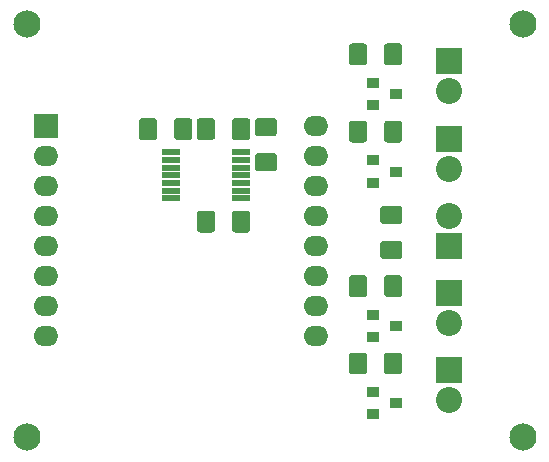
<source format=gbr>
G04 #@! TF.GenerationSoftware,KiCad,Pcbnew,5.1.4*
G04 #@! TF.CreationDate,2019-08-25T18:27:55-04:00*
G04 #@! TF.ProjectId,oven,6f76656e-2e6b-4696-9361-645f70636258,v02*
G04 #@! TF.SameCoordinates,Original*
G04 #@! TF.FileFunction,Soldermask,Top*
G04 #@! TF.FilePolarity,Negative*
%FSLAX46Y46*%
G04 Gerber Fmt 4.6, Leading zero omitted, Abs format (unit mm)*
G04 Created by KiCad (PCBNEW 5.1.4) date 2019-08-25 18:27:55*
%MOMM*%
%LPD*%
G04 APERTURE LIST*
%ADD10O,2.101600X1.701600*%
%ADD11R,2.101600X2.101600*%
%ADD12C,2.301600*%
%ADD13R,2.201600X2.201600*%
%ADD14C,2.201600*%
%ADD15C,0.100000*%
%ADD16C,1.526600*%
%ADD17R,1.001600X0.901600*%
%ADD18R,1.551600X0.551600*%
G04 APERTURE END LIST*
D10*
X96830000Y-80820000D03*
D11*
X96830000Y-78280000D03*
D10*
X96830000Y-83360000D03*
X96830000Y-85900000D03*
X96830000Y-88440000D03*
X96830000Y-90980000D03*
X96830000Y-93520000D03*
X96830000Y-96060000D03*
X119690000Y-96060000D03*
X119690000Y-93520000D03*
X119690000Y-90980000D03*
X119690000Y-88440000D03*
X119690000Y-85900000D03*
X119690000Y-83360000D03*
X119690000Y-80820000D03*
X119690000Y-78280000D03*
D12*
X137210000Y-104680000D03*
X95210000Y-104680000D03*
X95210000Y-69680000D03*
X137210000Y-69680000D03*
D13*
X130950000Y-88460000D03*
D14*
X130950000Y-85920000D03*
D13*
X130950000Y-72840000D03*
D14*
X130950000Y-75380000D03*
D15*
G36*
X110904226Y-77645490D02*
G01*
X110930225Y-77649346D01*
X110955720Y-77655732D01*
X110980467Y-77664587D01*
X111004227Y-77675824D01*
X111026771Y-77689337D01*
X111047881Y-77704993D01*
X111067356Y-77722644D01*
X111085007Y-77742119D01*
X111100663Y-77763229D01*
X111114176Y-77785773D01*
X111125413Y-77809533D01*
X111134268Y-77834280D01*
X111140654Y-77859775D01*
X111144510Y-77885774D01*
X111145800Y-77912025D01*
X111145800Y-79227975D01*
X111144510Y-79254226D01*
X111140654Y-79280225D01*
X111134268Y-79305720D01*
X111125413Y-79330467D01*
X111114176Y-79354227D01*
X111100663Y-79376771D01*
X111085007Y-79397881D01*
X111067356Y-79417356D01*
X111047881Y-79435007D01*
X111026771Y-79450663D01*
X111004227Y-79464176D01*
X110980467Y-79475413D01*
X110955720Y-79484268D01*
X110930225Y-79490654D01*
X110904226Y-79494510D01*
X110877975Y-79495800D01*
X109887025Y-79495800D01*
X109860774Y-79494510D01*
X109834775Y-79490654D01*
X109809280Y-79484268D01*
X109784533Y-79475413D01*
X109760773Y-79464176D01*
X109738229Y-79450663D01*
X109717119Y-79435007D01*
X109697644Y-79417356D01*
X109679993Y-79397881D01*
X109664337Y-79376771D01*
X109650824Y-79354227D01*
X109639587Y-79330467D01*
X109630732Y-79305720D01*
X109624346Y-79280225D01*
X109620490Y-79254226D01*
X109619200Y-79227975D01*
X109619200Y-77912025D01*
X109620490Y-77885774D01*
X109624346Y-77859775D01*
X109630732Y-77834280D01*
X109639587Y-77809533D01*
X109650824Y-77785773D01*
X109664337Y-77763229D01*
X109679993Y-77742119D01*
X109697644Y-77722644D01*
X109717119Y-77704993D01*
X109738229Y-77689337D01*
X109760773Y-77675824D01*
X109784533Y-77664587D01*
X109809280Y-77655732D01*
X109834775Y-77649346D01*
X109860774Y-77645490D01*
X109887025Y-77644200D01*
X110877975Y-77644200D01*
X110904226Y-77645490D01*
X110904226Y-77645490D01*
G37*
D16*
X110382500Y-78570000D03*
D15*
G36*
X113879226Y-77645490D02*
G01*
X113905225Y-77649346D01*
X113930720Y-77655732D01*
X113955467Y-77664587D01*
X113979227Y-77675824D01*
X114001771Y-77689337D01*
X114022881Y-77704993D01*
X114042356Y-77722644D01*
X114060007Y-77742119D01*
X114075663Y-77763229D01*
X114089176Y-77785773D01*
X114100413Y-77809533D01*
X114109268Y-77834280D01*
X114115654Y-77859775D01*
X114119510Y-77885774D01*
X114120800Y-77912025D01*
X114120800Y-79227975D01*
X114119510Y-79254226D01*
X114115654Y-79280225D01*
X114109268Y-79305720D01*
X114100413Y-79330467D01*
X114089176Y-79354227D01*
X114075663Y-79376771D01*
X114060007Y-79397881D01*
X114042356Y-79417356D01*
X114022881Y-79435007D01*
X114001771Y-79450663D01*
X113979227Y-79464176D01*
X113955467Y-79475413D01*
X113930720Y-79484268D01*
X113905225Y-79490654D01*
X113879226Y-79494510D01*
X113852975Y-79495800D01*
X112862025Y-79495800D01*
X112835774Y-79494510D01*
X112809775Y-79490654D01*
X112784280Y-79484268D01*
X112759533Y-79475413D01*
X112735773Y-79464176D01*
X112713229Y-79450663D01*
X112692119Y-79435007D01*
X112672644Y-79417356D01*
X112654993Y-79397881D01*
X112639337Y-79376771D01*
X112625824Y-79354227D01*
X112614587Y-79330467D01*
X112605732Y-79305720D01*
X112599346Y-79280225D01*
X112595490Y-79254226D01*
X112594200Y-79227975D01*
X112594200Y-77912025D01*
X112595490Y-77885774D01*
X112599346Y-77859775D01*
X112605732Y-77834280D01*
X112614587Y-77809533D01*
X112625824Y-77785773D01*
X112639337Y-77763229D01*
X112654993Y-77742119D01*
X112672644Y-77722644D01*
X112692119Y-77704993D01*
X112713229Y-77689337D01*
X112735773Y-77675824D01*
X112759533Y-77664587D01*
X112784280Y-77655732D01*
X112809775Y-77649346D01*
X112835774Y-77645490D01*
X112862025Y-77644200D01*
X113852975Y-77644200D01*
X113879226Y-77645490D01*
X113879226Y-77645490D01*
G37*
D16*
X113357500Y-78570000D03*
D15*
G36*
X126764226Y-85070490D02*
G01*
X126790225Y-85074346D01*
X126815720Y-85080732D01*
X126840467Y-85089587D01*
X126864227Y-85100824D01*
X126886771Y-85114337D01*
X126907881Y-85129993D01*
X126927356Y-85147644D01*
X126945007Y-85167119D01*
X126960663Y-85188229D01*
X126974176Y-85210773D01*
X126985413Y-85234533D01*
X126994268Y-85259280D01*
X127000654Y-85284775D01*
X127004510Y-85310774D01*
X127005800Y-85337025D01*
X127005800Y-86327975D01*
X127004510Y-86354226D01*
X127000654Y-86380225D01*
X126994268Y-86405720D01*
X126985413Y-86430467D01*
X126974176Y-86454227D01*
X126960663Y-86476771D01*
X126945007Y-86497881D01*
X126927356Y-86517356D01*
X126907881Y-86535007D01*
X126886771Y-86550663D01*
X126864227Y-86564176D01*
X126840467Y-86575413D01*
X126815720Y-86584268D01*
X126790225Y-86590654D01*
X126764226Y-86594510D01*
X126737975Y-86595800D01*
X125422025Y-86595800D01*
X125395774Y-86594510D01*
X125369775Y-86590654D01*
X125344280Y-86584268D01*
X125319533Y-86575413D01*
X125295773Y-86564176D01*
X125273229Y-86550663D01*
X125252119Y-86535007D01*
X125232644Y-86517356D01*
X125214993Y-86497881D01*
X125199337Y-86476771D01*
X125185824Y-86454227D01*
X125174587Y-86430467D01*
X125165732Y-86405720D01*
X125159346Y-86380225D01*
X125155490Y-86354226D01*
X125154200Y-86327975D01*
X125154200Y-85337025D01*
X125155490Y-85310774D01*
X125159346Y-85284775D01*
X125165732Y-85259280D01*
X125174587Y-85234533D01*
X125185824Y-85210773D01*
X125199337Y-85188229D01*
X125214993Y-85167119D01*
X125232644Y-85147644D01*
X125252119Y-85129993D01*
X125273229Y-85114337D01*
X125295773Y-85100824D01*
X125319533Y-85089587D01*
X125344280Y-85080732D01*
X125369775Y-85074346D01*
X125395774Y-85070490D01*
X125422025Y-85069200D01*
X126737975Y-85069200D01*
X126764226Y-85070490D01*
X126764226Y-85070490D01*
G37*
D16*
X126080000Y-85832500D03*
D15*
G36*
X126764226Y-88045490D02*
G01*
X126790225Y-88049346D01*
X126815720Y-88055732D01*
X126840467Y-88064587D01*
X126864227Y-88075824D01*
X126886771Y-88089337D01*
X126907881Y-88104993D01*
X126927356Y-88122644D01*
X126945007Y-88142119D01*
X126960663Y-88163229D01*
X126974176Y-88185773D01*
X126985413Y-88209533D01*
X126994268Y-88234280D01*
X127000654Y-88259775D01*
X127004510Y-88285774D01*
X127005800Y-88312025D01*
X127005800Y-89302975D01*
X127004510Y-89329226D01*
X127000654Y-89355225D01*
X126994268Y-89380720D01*
X126985413Y-89405467D01*
X126974176Y-89429227D01*
X126960663Y-89451771D01*
X126945007Y-89472881D01*
X126927356Y-89492356D01*
X126907881Y-89510007D01*
X126886771Y-89525663D01*
X126864227Y-89539176D01*
X126840467Y-89550413D01*
X126815720Y-89559268D01*
X126790225Y-89565654D01*
X126764226Y-89569510D01*
X126737975Y-89570800D01*
X125422025Y-89570800D01*
X125395774Y-89569510D01*
X125369775Y-89565654D01*
X125344280Y-89559268D01*
X125319533Y-89550413D01*
X125295773Y-89539176D01*
X125273229Y-89525663D01*
X125252119Y-89510007D01*
X125232644Y-89492356D01*
X125214993Y-89472881D01*
X125199337Y-89451771D01*
X125185824Y-89429227D01*
X125174587Y-89405467D01*
X125165732Y-89380720D01*
X125159346Y-89355225D01*
X125155490Y-89329226D01*
X125154200Y-89302975D01*
X125154200Y-88312025D01*
X125155490Y-88285774D01*
X125159346Y-88259775D01*
X125165732Y-88234280D01*
X125174587Y-88209533D01*
X125185824Y-88185773D01*
X125199337Y-88163229D01*
X125214993Y-88142119D01*
X125232644Y-88122644D01*
X125252119Y-88104993D01*
X125273229Y-88089337D01*
X125295773Y-88075824D01*
X125319533Y-88064587D01*
X125344280Y-88055732D01*
X125369775Y-88049346D01*
X125395774Y-88045490D01*
X125422025Y-88044200D01*
X126737975Y-88044200D01*
X126764226Y-88045490D01*
X126764226Y-88045490D01*
G37*
D16*
X126080000Y-88807500D03*
D15*
G36*
X110914226Y-85485490D02*
G01*
X110940225Y-85489346D01*
X110965720Y-85495732D01*
X110990467Y-85504587D01*
X111014227Y-85515824D01*
X111036771Y-85529337D01*
X111057881Y-85544993D01*
X111077356Y-85562644D01*
X111095007Y-85582119D01*
X111110663Y-85603229D01*
X111124176Y-85625773D01*
X111135413Y-85649533D01*
X111144268Y-85674280D01*
X111150654Y-85699775D01*
X111154510Y-85725774D01*
X111155800Y-85752025D01*
X111155800Y-87067975D01*
X111154510Y-87094226D01*
X111150654Y-87120225D01*
X111144268Y-87145720D01*
X111135413Y-87170467D01*
X111124176Y-87194227D01*
X111110663Y-87216771D01*
X111095007Y-87237881D01*
X111077356Y-87257356D01*
X111057881Y-87275007D01*
X111036771Y-87290663D01*
X111014227Y-87304176D01*
X110990467Y-87315413D01*
X110965720Y-87324268D01*
X110940225Y-87330654D01*
X110914226Y-87334510D01*
X110887975Y-87335800D01*
X109897025Y-87335800D01*
X109870774Y-87334510D01*
X109844775Y-87330654D01*
X109819280Y-87324268D01*
X109794533Y-87315413D01*
X109770773Y-87304176D01*
X109748229Y-87290663D01*
X109727119Y-87275007D01*
X109707644Y-87257356D01*
X109689993Y-87237881D01*
X109674337Y-87216771D01*
X109660824Y-87194227D01*
X109649587Y-87170467D01*
X109640732Y-87145720D01*
X109634346Y-87120225D01*
X109630490Y-87094226D01*
X109629200Y-87067975D01*
X109629200Y-85752025D01*
X109630490Y-85725774D01*
X109634346Y-85699775D01*
X109640732Y-85674280D01*
X109649587Y-85649533D01*
X109660824Y-85625773D01*
X109674337Y-85603229D01*
X109689993Y-85582119D01*
X109707644Y-85562644D01*
X109727119Y-85544993D01*
X109748229Y-85529337D01*
X109770773Y-85515824D01*
X109794533Y-85504587D01*
X109819280Y-85495732D01*
X109844775Y-85489346D01*
X109870774Y-85485490D01*
X109897025Y-85484200D01*
X110887975Y-85484200D01*
X110914226Y-85485490D01*
X110914226Y-85485490D01*
G37*
D16*
X110392500Y-86410000D03*
D15*
G36*
X113889226Y-85485490D02*
G01*
X113915225Y-85489346D01*
X113940720Y-85495732D01*
X113965467Y-85504587D01*
X113989227Y-85515824D01*
X114011771Y-85529337D01*
X114032881Y-85544993D01*
X114052356Y-85562644D01*
X114070007Y-85582119D01*
X114085663Y-85603229D01*
X114099176Y-85625773D01*
X114110413Y-85649533D01*
X114119268Y-85674280D01*
X114125654Y-85699775D01*
X114129510Y-85725774D01*
X114130800Y-85752025D01*
X114130800Y-87067975D01*
X114129510Y-87094226D01*
X114125654Y-87120225D01*
X114119268Y-87145720D01*
X114110413Y-87170467D01*
X114099176Y-87194227D01*
X114085663Y-87216771D01*
X114070007Y-87237881D01*
X114052356Y-87257356D01*
X114032881Y-87275007D01*
X114011771Y-87290663D01*
X113989227Y-87304176D01*
X113965467Y-87315413D01*
X113940720Y-87324268D01*
X113915225Y-87330654D01*
X113889226Y-87334510D01*
X113862975Y-87335800D01*
X112872025Y-87335800D01*
X112845774Y-87334510D01*
X112819775Y-87330654D01*
X112794280Y-87324268D01*
X112769533Y-87315413D01*
X112745773Y-87304176D01*
X112723229Y-87290663D01*
X112702119Y-87275007D01*
X112682644Y-87257356D01*
X112664993Y-87237881D01*
X112649337Y-87216771D01*
X112635824Y-87194227D01*
X112624587Y-87170467D01*
X112615732Y-87145720D01*
X112609346Y-87120225D01*
X112605490Y-87094226D01*
X112604200Y-87067975D01*
X112604200Y-85752025D01*
X112605490Y-85725774D01*
X112609346Y-85699775D01*
X112615732Y-85674280D01*
X112624587Y-85649533D01*
X112635824Y-85625773D01*
X112649337Y-85603229D01*
X112664993Y-85582119D01*
X112682644Y-85562644D01*
X112702119Y-85544993D01*
X112723229Y-85529337D01*
X112745773Y-85515824D01*
X112769533Y-85504587D01*
X112794280Y-85495732D01*
X112819775Y-85489346D01*
X112845774Y-85485490D01*
X112872025Y-85484200D01*
X113862975Y-85484200D01*
X113889226Y-85485490D01*
X113889226Y-85485490D01*
G37*
D16*
X113367500Y-86410000D03*
D15*
G36*
X116144226Y-77650490D02*
G01*
X116170225Y-77654346D01*
X116195720Y-77660732D01*
X116220467Y-77669587D01*
X116244227Y-77680824D01*
X116266771Y-77694337D01*
X116287881Y-77709993D01*
X116307356Y-77727644D01*
X116325007Y-77747119D01*
X116340663Y-77768229D01*
X116354176Y-77790773D01*
X116365413Y-77814533D01*
X116374268Y-77839280D01*
X116380654Y-77864775D01*
X116384510Y-77890774D01*
X116385800Y-77917025D01*
X116385800Y-78907975D01*
X116384510Y-78934226D01*
X116380654Y-78960225D01*
X116374268Y-78985720D01*
X116365413Y-79010467D01*
X116354176Y-79034227D01*
X116340663Y-79056771D01*
X116325007Y-79077881D01*
X116307356Y-79097356D01*
X116287881Y-79115007D01*
X116266771Y-79130663D01*
X116244227Y-79144176D01*
X116220467Y-79155413D01*
X116195720Y-79164268D01*
X116170225Y-79170654D01*
X116144226Y-79174510D01*
X116117975Y-79175800D01*
X114802025Y-79175800D01*
X114775774Y-79174510D01*
X114749775Y-79170654D01*
X114724280Y-79164268D01*
X114699533Y-79155413D01*
X114675773Y-79144176D01*
X114653229Y-79130663D01*
X114632119Y-79115007D01*
X114612644Y-79097356D01*
X114594993Y-79077881D01*
X114579337Y-79056771D01*
X114565824Y-79034227D01*
X114554587Y-79010467D01*
X114545732Y-78985720D01*
X114539346Y-78960225D01*
X114535490Y-78934226D01*
X114534200Y-78907975D01*
X114534200Y-77917025D01*
X114535490Y-77890774D01*
X114539346Y-77864775D01*
X114545732Y-77839280D01*
X114554587Y-77814533D01*
X114565824Y-77790773D01*
X114579337Y-77768229D01*
X114594993Y-77747119D01*
X114612644Y-77727644D01*
X114632119Y-77709993D01*
X114653229Y-77694337D01*
X114675773Y-77680824D01*
X114699533Y-77669587D01*
X114724280Y-77660732D01*
X114749775Y-77654346D01*
X114775774Y-77650490D01*
X114802025Y-77649200D01*
X116117975Y-77649200D01*
X116144226Y-77650490D01*
X116144226Y-77650490D01*
G37*
D16*
X115460000Y-78412500D03*
D15*
G36*
X116144226Y-80625490D02*
G01*
X116170225Y-80629346D01*
X116195720Y-80635732D01*
X116220467Y-80644587D01*
X116244227Y-80655824D01*
X116266771Y-80669337D01*
X116287881Y-80684993D01*
X116307356Y-80702644D01*
X116325007Y-80722119D01*
X116340663Y-80743229D01*
X116354176Y-80765773D01*
X116365413Y-80789533D01*
X116374268Y-80814280D01*
X116380654Y-80839775D01*
X116384510Y-80865774D01*
X116385800Y-80892025D01*
X116385800Y-81882975D01*
X116384510Y-81909226D01*
X116380654Y-81935225D01*
X116374268Y-81960720D01*
X116365413Y-81985467D01*
X116354176Y-82009227D01*
X116340663Y-82031771D01*
X116325007Y-82052881D01*
X116307356Y-82072356D01*
X116287881Y-82090007D01*
X116266771Y-82105663D01*
X116244227Y-82119176D01*
X116220467Y-82130413D01*
X116195720Y-82139268D01*
X116170225Y-82145654D01*
X116144226Y-82149510D01*
X116117975Y-82150800D01*
X114802025Y-82150800D01*
X114775774Y-82149510D01*
X114749775Y-82145654D01*
X114724280Y-82139268D01*
X114699533Y-82130413D01*
X114675773Y-82119176D01*
X114653229Y-82105663D01*
X114632119Y-82090007D01*
X114612644Y-82072356D01*
X114594993Y-82052881D01*
X114579337Y-82031771D01*
X114565824Y-82009227D01*
X114554587Y-81985467D01*
X114545732Y-81960720D01*
X114539346Y-81935225D01*
X114535490Y-81909226D01*
X114534200Y-81882975D01*
X114534200Y-80892025D01*
X114535490Y-80865774D01*
X114539346Y-80839775D01*
X114545732Y-80814280D01*
X114554587Y-80789533D01*
X114565824Y-80765773D01*
X114579337Y-80743229D01*
X114594993Y-80722119D01*
X114612644Y-80702644D01*
X114632119Y-80684993D01*
X114653229Y-80669337D01*
X114675773Y-80655824D01*
X114699533Y-80644587D01*
X114724280Y-80635732D01*
X114749775Y-80629346D01*
X114775774Y-80625490D01*
X114802025Y-80624200D01*
X116117975Y-80624200D01*
X116144226Y-80625490D01*
X116144226Y-80625490D01*
G37*
D16*
X115460000Y-81387500D03*
D15*
G36*
X108979226Y-77645490D02*
G01*
X109005225Y-77649346D01*
X109030720Y-77655732D01*
X109055467Y-77664587D01*
X109079227Y-77675824D01*
X109101771Y-77689337D01*
X109122881Y-77704993D01*
X109142356Y-77722644D01*
X109160007Y-77742119D01*
X109175663Y-77763229D01*
X109189176Y-77785773D01*
X109200413Y-77809533D01*
X109209268Y-77834280D01*
X109215654Y-77859775D01*
X109219510Y-77885774D01*
X109220800Y-77912025D01*
X109220800Y-79227975D01*
X109219510Y-79254226D01*
X109215654Y-79280225D01*
X109209268Y-79305720D01*
X109200413Y-79330467D01*
X109189176Y-79354227D01*
X109175663Y-79376771D01*
X109160007Y-79397881D01*
X109142356Y-79417356D01*
X109122881Y-79435007D01*
X109101771Y-79450663D01*
X109079227Y-79464176D01*
X109055467Y-79475413D01*
X109030720Y-79484268D01*
X109005225Y-79490654D01*
X108979226Y-79494510D01*
X108952975Y-79495800D01*
X107962025Y-79495800D01*
X107935774Y-79494510D01*
X107909775Y-79490654D01*
X107884280Y-79484268D01*
X107859533Y-79475413D01*
X107835773Y-79464176D01*
X107813229Y-79450663D01*
X107792119Y-79435007D01*
X107772644Y-79417356D01*
X107754993Y-79397881D01*
X107739337Y-79376771D01*
X107725824Y-79354227D01*
X107714587Y-79330467D01*
X107705732Y-79305720D01*
X107699346Y-79280225D01*
X107695490Y-79254226D01*
X107694200Y-79227975D01*
X107694200Y-77912025D01*
X107695490Y-77885774D01*
X107699346Y-77859775D01*
X107705732Y-77834280D01*
X107714587Y-77809533D01*
X107725824Y-77785773D01*
X107739337Y-77763229D01*
X107754993Y-77742119D01*
X107772644Y-77722644D01*
X107792119Y-77704993D01*
X107813229Y-77689337D01*
X107835773Y-77675824D01*
X107859533Y-77664587D01*
X107884280Y-77655732D01*
X107909775Y-77649346D01*
X107935774Y-77645490D01*
X107962025Y-77644200D01*
X108952975Y-77644200D01*
X108979226Y-77645490D01*
X108979226Y-77645490D01*
G37*
D16*
X108457500Y-78570000D03*
D15*
G36*
X106004226Y-77645490D02*
G01*
X106030225Y-77649346D01*
X106055720Y-77655732D01*
X106080467Y-77664587D01*
X106104227Y-77675824D01*
X106126771Y-77689337D01*
X106147881Y-77704993D01*
X106167356Y-77722644D01*
X106185007Y-77742119D01*
X106200663Y-77763229D01*
X106214176Y-77785773D01*
X106225413Y-77809533D01*
X106234268Y-77834280D01*
X106240654Y-77859775D01*
X106244510Y-77885774D01*
X106245800Y-77912025D01*
X106245800Y-79227975D01*
X106244510Y-79254226D01*
X106240654Y-79280225D01*
X106234268Y-79305720D01*
X106225413Y-79330467D01*
X106214176Y-79354227D01*
X106200663Y-79376771D01*
X106185007Y-79397881D01*
X106167356Y-79417356D01*
X106147881Y-79435007D01*
X106126771Y-79450663D01*
X106104227Y-79464176D01*
X106080467Y-79475413D01*
X106055720Y-79484268D01*
X106030225Y-79490654D01*
X106004226Y-79494510D01*
X105977975Y-79495800D01*
X104987025Y-79495800D01*
X104960774Y-79494510D01*
X104934775Y-79490654D01*
X104909280Y-79484268D01*
X104884533Y-79475413D01*
X104860773Y-79464176D01*
X104838229Y-79450663D01*
X104817119Y-79435007D01*
X104797644Y-79417356D01*
X104779993Y-79397881D01*
X104764337Y-79376771D01*
X104750824Y-79354227D01*
X104739587Y-79330467D01*
X104730732Y-79305720D01*
X104724346Y-79280225D01*
X104720490Y-79254226D01*
X104719200Y-79227975D01*
X104719200Y-77912025D01*
X104720490Y-77885774D01*
X104724346Y-77859775D01*
X104730732Y-77834280D01*
X104739587Y-77809533D01*
X104750824Y-77785773D01*
X104764337Y-77763229D01*
X104779993Y-77742119D01*
X104797644Y-77722644D01*
X104817119Y-77704993D01*
X104838229Y-77689337D01*
X104860773Y-77675824D01*
X104884533Y-77664587D01*
X104909280Y-77655732D01*
X104934775Y-77649346D01*
X104960774Y-77645490D01*
X104987025Y-77644200D01*
X105977975Y-77644200D01*
X106004226Y-77645490D01*
X106004226Y-77645490D01*
G37*
D16*
X105482500Y-78570000D03*
D13*
X130950000Y-79380000D03*
D14*
X130950000Y-81920000D03*
X130950000Y-95000000D03*
D13*
X130950000Y-92460000D03*
D14*
X130950000Y-101540000D03*
D13*
X130950000Y-99000000D03*
D17*
X124500000Y-74680000D03*
X124500000Y-76580000D03*
X126500000Y-75630000D03*
X126500000Y-82170000D03*
X124500000Y-83120000D03*
X124500000Y-81220000D03*
X124500000Y-94290000D03*
X124500000Y-96190000D03*
X126500000Y-95240000D03*
X126500000Y-101790000D03*
X124500000Y-102740000D03*
X124500000Y-100840000D03*
D15*
G36*
X123784226Y-71325490D02*
G01*
X123810225Y-71329346D01*
X123835720Y-71335732D01*
X123860467Y-71344587D01*
X123884227Y-71355824D01*
X123906771Y-71369337D01*
X123927881Y-71384993D01*
X123947356Y-71402644D01*
X123965007Y-71422119D01*
X123980663Y-71443229D01*
X123994176Y-71465773D01*
X124005413Y-71489533D01*
X124014268Y-71514280D01*
X124020654Y-71539775D01*
X124024510Y-71565774D01*
X124025800Y-71592025D01*
X124025800Y-72907975D01*
X124024510Y-72934226D01*
X124020654Y-72960225D01*
X124014268Y-72985720D01*
X124005413Y-73010467D01*
X123994176Y-73034227D01*
X123980663Y-73056771D01*
X123965007Y-73077881D01*
X123947356Y-73097356D01*
X123927881Y-73115007D01*
X123906771Y-73130663D01*
X123884227Y-73144176D01*
X123860467Y-73155413D01*
X123835720Y-73164268D01*
X123810225Y-73170654D01*
X123784226Y-73174510D01*
X123757975Y-73175800D01*
X122767025Y-73175800D01*
X122740774Y-73174510D01*
X122714775Y-73170654D01*
X122689280Y-73164268D01*
X122664533Y-73155413D01*
X122640773Y-73144176D01*
X122618229Y-73130663D01*
X122597119Y-73115007D01*
X122577644Y-73097356D01*
X122559993Y-73077881D01*
X122544337Y-73056771D01*
X122530824Y-73034227D01*
X122519587Y-73010467D01*
X122510732Y-72985720D01*
X122504346Y-72960225D01*
X122500490Y-72934226D01*
X122499200Y-72907975D01*
X122499200Y-71592025D01*
X122500490Y-71565774D01*
X122504346Y-71539775D01*
X122510732Y-71514280D01*
X122519587Y-71489533D01*
X122530824Y-71465773D01*
X122544337Y-71443229D01*
X122559993Y-71422119D01*
X122577644Y-71402644D01*
X122597119Y-71384993D01*
X122618229Y-71369337D01*
X122640773Y-71355824D01*
X122664533Y-71344587D01*
X122689280Y-71335732D01*
X122714775Y-71329346D01*
X122740774Y-71325490D01*
X122767025Y-71324200D01*
X123757975Y-71324200D01*
X123784226Y-71325490D01*
X123784226Y-71325490D01*
G37*
D16*
X123262500Y-72250000D03*
D15*
G36*
X126759226Y-71325490D02*
G01*
X126785225Y-71329346D01*
X126810720Y-71335732D01*
X126835467Y-71344587D01*
X126859227Y-71355824D01*
X126881771Y-71369337D01*
X126902881Y-71384993D01*
X126922356Y-71402644D01*
X126940007Y-71422119D01*
X126955663Y-71443229D01*
X126969176Y-71465773D01*
X126980413Y-71489533D01*
X126989268Y-71514280D01*
X126995654Y-71539775D01*
X126999510Y-71565774D01*
X127000800Y-71592025D01*
X127000800Y-72907975D01*
X126999510Y-72934226D01*
X126995654Y-72960225D01*
X126989268Y-72985720D01*
X126980413Y-73010467D01*
X126969176Y-73034227D01*
X126955663Y-73056771D01*
X126940007Y-73077881D01*
X126922356Y-73097356D01*
X126902881Y-73115007D01*
X126881771Y-73130663D01*
X126859227Y-73144176D01*
X126835467Y-73155413D01*
X126810720Y-73164268D01*
X126785225Y-73170654D01*
X126759226Y-73174510D01*
X126732975Y-73175800D01*
X125742025Y-73175800D01*
X125715774Y-73174510D01*
X125689775Y-73170654D01*
X125664280Y-73164268D01*
X125639533Y-73155413D01*
X125615773Y-73144176D01*
X125593229Y-73130663D01*
X125572119Y-73115007D01*
X125552644Y-73097356D01*
X125534993Y-73077881D01*
X125519337Y-73056771D01*
X125505824Y-73034227D01*
X125494587Y-73010467D01*
X125485732Y-72985720D01*
X125479346Y-72960225D01*
X125475490Y-72934226D01*
X125474200Y-72907975D01*
X125474200Y-71592025D01*
X125475490Y-71565774D01*
X125479346Y-71539775D01*
X125485732Y-71514280D01*
X125494587Y-71489533D01*
X125505824Y-71465773D01*
X125519337Y-71443229D01*
X125534993Y-71422119D01*
X125552644Y-71402644D01*
X125572119Y-71384993D01*
X125593229Y-71369337D01*
X125615773Y-71355824D01*
X125639533Y-71344587D01*
X125664280Y-71335732D01*
X125689775Y-71329346D01*
X125715774Y-71325490D01*
X125742025Y-71324200D01*
X126732975Y-71324200D01*
X126759226Y-71325490D01*
X126759226Y-71325490D01*
G37*
D16*
X126237500Y-72250000D03*
D15*
G36*
X126759226Y-77865490D02*
G01*
X126785225Y-77869346D01*
X126810720Y-77875732D01*
X126835467Y-77884587D01*
X126859227Y-77895824D01*
X126881771Y-77909337D01*
X126902881Y-77924993D01*
X126922356Y-77942644D01*
X126940007Y-77962119D01*
X126955663Y-77983229D01*
X126969176Y-78005773D01*
X126980413Y-78029533D01*
X126989268Y-78054280D01*
X126995654Y-78079775D01*
X126999510Y-78105774D01*
X127000800Y-78132025D01*
X127000800Y-79447975D01*
X126999510Y-79474226D01*
X126995654Y-79500225D01*
X126989268Y-79525720D01*
X126980413Y-79550467D01*
X126969176Y-79574227D01*
X126955663Y-79596771D01*
X126940007Y-79617881D01*
X126922356Y-79637356D01*
X126902881Y-79655007D01*
X126881771Y-79670663D01*
X126859227Y-79684176D01*
X126835467Y-79695413D01*
X126810720Y-79704268D01*
X126785225Y-79710654D01*
X126759226Y-79714510D01*
X126732975Y-79715800D01*
X125742025Y-79715800D01*
X125715774Y-79714510D01*
X125689775Y-79710654D01*
X125664280Y-79704268D01*
X125639533Y-79695413D01*
X125615773Y-79684176D01*
X125593229Y-79670663D01*
X125572119Y-79655007D01*
X125552644Y-79637356D01*
X125534993Y-79617881D01*
X125519337Y-79596771D01*
X125505824Y-79574227D01*
X125494587Y-79550467D01*
X125485732Y-79525720D01*
X125479346Y-79500225D01*
X125475490Y-79474226D01*
X125474200Y-79447975D01*
X125474200Y-78132025D01*
X125475490Y-78105774D01*
X125479346Y-78079775D01*
X125485732Y-78054280D01*
X125494587Y-78029533D01*
X125505824Y-78005773D01*
X125519337Y-77983229D01*
X125534993Y-77962119D01*
X125552644Y-77942644D01*
X125572119Y-77924993D01*
X125593229Y-77909337D01*
X125615773Y-77895824D01*
X125639533Y-77884587D01*
X125664280Y-77875732D01*
X125689775Y-77869346D01*
X125715774Y-77865490D01*
X125742025Y-77864200D01*
X126732975Y-77864200D01*
X126759226Y-77865490D01*
X126759226Y-77865490D01*
G37*
D16*
X126237500Y-78790000D03*
D15*
G36*
X123784226Y-77865490D02*
G01*
X123810225Y-77869346D01*
X123835720Y-77875732D01*
X123860467Y-77884587D01*
X123884227Y-77895824D01*
X123906771Y-77909337D01*
X123927881Y-77924993D01*
X123947356Y-77942644D01*
X123965007Y-77962119D01*
X123980663Y-77983229D01*
X123994176Y-78005773D01*
X124005413Y-78029533D01*
X124014268Y-78054280D01*
X124020654Y-78079775D01*
X124024510Y-78105774D01*
X124025800Y-78132025D01*
X124025800Y-79447975D01*
X124024510Y-79474226D01*
X124020654Y-79500225D01*
X124014268Y-79525720D01*
X124005413Y-79550467D01*
X123994176Y-79574227D01*
X123980663Y-79596771D01*
X123965007Y-79617881D01*
X123947356Y-79637356D01*
X123927881Y-79655007D01*
X123906771Y-79670663D01*
X123884227Y-79684176D01*
X123860467Y-79695413D01*
X123835720Y-79704268D01*
X123810225Y-79710654D01*
X123784226Y-79714510D01*
X123757975Y-79715800D01*
X122767025Y-79715800D01*
X122740774Y-79714510D01*
X122714775Y-79710654D01*
X122689280Y-79704268D01*
X122664533Y-79695413D01*
X122640773Y-79684176D01*
X122618229Y-79670663D01*
X122597119Y-79655007D01*
X122577644Y-79637356D01*
X122559993Y-79617881D01*
X122544337Y-79596771D01*
X122530824Y-79574227D01*
X122519587Y-79550467D01*
X122510732Y-79525720D01*
X122504346Y-79500225D01*
X122500490Y-79474226D01*
X122499200Y-79447975D01*
X122499200Y-78132025D01*
X122500490Y-78105774D01*
X122504346Y-78079775D01*
X122510732Y-78054280D01*
X122519587Y-78029533D01*
X122530824Y-78005773D01*
X122544337Y-77983229D01*
X122559993Y-77962119D01*
X122577644Y-77942644D01*
X122597119Y-77924993D01*
X122618229Y-77909337D01*
X122640773Y-77895824D01*
X122664533Y-77884587D01*
X122689280Y-77875732D01*
X122714775Y-77869346D01*
X122740774Y-77865490D01*
X122767025Y-77864200D01*
X123757975Y-77864200D01*
X123784226Y-77865490D01*
X123784226Y-77865490D01*
G37*
D16*
X123262500Y-78790000D03*
D15*
G36*
X123784226Y-90945490D02*
G01*
X123810225Y-90949346D01*
X123835720Y-90955732D01*
X123860467Y-90964587D01*
X123884227Y-90975824D01*
X123906771Y-90989337D01*
X123927881Y-91004993D01*
X123947356Y-91022644D01*
X123965007Y-91042119D01*
X123980663Y-91063229D01*
X123994176Y-91085773D01*
X124005413Y-91109533D01*
X124014268Y-91134280D01*
X124020654Y-91159775D01*
X124024510Y-91185774D01*
X124025800Y-91212025D01*
X124025800Y-92527975D01*
X124024510Y-92554226D01*
X124020654Y-92580225D01*
X124014268Y-92605720D01*
X124005413Y-92630467D01*
X123994176Y-92654227D01*
X123980663Y-92676771D01*
X123965007Y-92697881D01*
X123947356Y-92717356D01*
X123927881Y-92735007D01*
X123906771Y-92750663D01*
X123884227Y-92764176D01*
X123860467Y-92775413D01*
X123835720Y-92784268D01*
X123810225Y-92790654D01*
X123784226Y-92794510D01*
X123757975Y-92795800D01*
X122767025Y-92795800D01*
X122740774Y-92794510D01*
X122714775Y-92790654D01*
X122689280Y-92784268D01*
X122664533Y-92775413D01*
X122640773Y-92764176D01*
X122618229Y-92750663D01*
X122597119Y-92735007D01*
X122577644Y-92717356D01*
X122559993Y-92697881D01*
X122544337Y-92676771D01*
X122530824Y-92654227D01*
X122519587Y-92630467D01*
X122510732Y-92605720D01*
X122504346Y-92580225D01*
X122500490Y-92554226D01*
X122499200Y-92527975D01*
X122499200Y-91212025D01*
X122500490Y-91185774D01*
X122504346Y-91159775D01*
X122510732Y-91134280D01*
X122519587Y-91109533D01*
X122530824Y-91085773D01*
X122544337Y-91063229D01*
X122559993Y-91042119D01*
X122577644Y-91022644D01*
X122597119Y-91004993D01*
X122618229Y-90989337D01*
X122640773Y-90975824D01*
X122664533Y-90964587D01*
X122689280Y-90955732D01*
X122714775Y-90949346D01*
X122740774Y-90945490D01*
X122767025Y-90944200D01*
X123757975Y-90944200D01*
X123784226Y-90945490D01*
X123784226Y-90945490D01*
G37*
D16*
X123262500Y-91870000D03*
D15*
G36*
X126759226Y-90945490D02*
G01*
X126785225Y-90949346D01*
X126810720Y-90955732D01*
X126835467Y-90964587D01*
X126859227Y-90975824D01*
X126881771Y-90989337D01*
X126902881Y-91004993D01*
X126922356Y-91022644D01*
X126940007Y-91042119D01*
X126955663Y-91063229D01*
X126969176Y-91085773D01*
X126980413Y-91109533D01*
X126989268Y-91134280D01*
X126995654Y-91159775D01*
X126999510Y-91185774D01*
X127000800Y-91212025D01*
X127000800Y-92527975D01*
X126999510Y-92554226D01*
X126995654Y-92580225D01*
X126989268Y-92605720D01*
X126980413Y-92630467D01*
X126969176Y-92654227D01*
X126955663Y-92676771D01*
X126940007Y-92697881D01*
X126922356Y-92717356D01*
X126902881Y-92735007D01*
X126881771Y-92750663D01*
X126859227Y-92764176D01*
X126835467Y-92775413D01*
X126810720Y-92784268D01*
X126785225Y-92790654D01*
X126759226Y-92794510D01*
X126732975Y-92795800D01*
X125742025Y-92795800D01*
X125715774Y-92794510D01*
X125689775Y-92790654D01*
X125664280Y-92784268D01*
X125639533Y-92775413D01*
X125615773Y-92764176D01*
X125593229Y-92750663D01*
X125572119Y-92735007D01*
X125552644Y-92717356D01*
X125534993Y-92697881D01*
X125519337Y-92676771D01*
X125505824Y-92654227D01*
X125494587Y-92630467D01*
X125485732Y-92605720D01*
X125479346Y-92580225D01*
X125475490Y-92554226D01*
X125474200Y-92527975D01*
X125474200Y-91212025D01*
X125475490Y-91185774D01*
X125479346Y-91159775D01*
X125485732Y-91134280D01*
X125494587Y-91109533D01*
X125505824Y-91085773D01*
X125519337Y-91063229D01*
X125534993Y-91042119D01*
X125552644Y-91022644D01*
X125572119Y-91004993D01*
X125593229Y-90989337D01*
X125615773Y-90975824D01*
X125639533Y-90964587D01*
X125664280Y-90955732D01*
X125689775Y-90949346D01*
X125715774Y-90945490D01*
X125742025Y-90944200D01*
X126732975Y-90944200D01*
X126759226Y-90945490D01*
X126759226Y-90945490D01*
G37*
D16*
X126237500Y-91870000D03*
D15*
G36*
X126759226Y-97495490D02*
G01*
X126785225Y-97499346D01*
X126810720Y-97505732D01*
X126835467Y-97514587D01*
X126859227Y-97525824D01*
X126881771Y-97539337D01*
X126902881Y-97554993D01*
X126922356Y-97572644D01*
X126940007Y-97592119D01*
X126955663Y-97613229D01*
X126969176Y-97635773D01*
X126980413Y-97659533D01*
X126989268Y-97684280D01*
X126995654Y-97709775D01*
X126999510Y-97735774D01*
X127000800Y-97762025D01*
X127000800Y-99077975D01*
X126999510Y-99104226D01*
X126995654Y-99130225D01*
X126989268Y-99155720D01*
X126980413Y-99180467D01*
X126969176Y-99204227D01*
X126955663Y-99226771D01*
X126940007Y-99247881D01*
X126922356Y-99267356D01*
X126902881Y-99285007D01*
X126881771Y-99300663D01*
X126859227Y-99314176D01*
X126835467Y-99325413D01*
X126810720Y-99334268D01*
X126785225Y-99340654D01*
X126759226Y-99344510D01*
X126732975Y-99345800D01*
X125742025Y-99345800D01*
X125715774Y-99344510D01*
X125689775Y-99340654D01*
X125664280Y-99334268D01*
X125639533Y-99325413D01*
X125615773Y-99314176D01*
X125593229Y-99300663D01*
X125572119Y-99285007D01*
X125552644Y-99267356D01*
X125534993Y-99247881D01*
X125519337Y-99226771D01*
X125505824Y-99204227D01*
X125494587Y-99180467D01*
X125485732Y-99155720D01*
X125479346Y-99130225D01*
X125475490Y-99104226D01*
X125474200Y-99077975D01*
X125474200Y-97762025D01*
X125475490Y-97735774D01*
X125479346Y-97709775D01*
X125485732Y-97684280D01*
X125494587Y-97659533D01*
X125505824Y-97635773D01*
X125519337Y-97613229D01*
X125534993Y-97592119D01*
X125552644Y-97572644D01*
X125572119Y-97554993D01*
X125593229Y-97539337D01*
X125615773Y-97525824D01*
X125639533Y-97514587D01*
X125664280Y-97505732D01*
X125689775Y-97499346D01*
X125715774Y-97495490D01*
X125742025Y-97494200D01*
X126732975Y-97494200D01*
X126759226Y-97495490D01*
X126759226Y-97495490D01*
G37*
D16*
X126237500Y-98420000D03*
D15*
G36*
X123784226Y-97495490D02*
G01*
X123810225Y-97499346D01*
X123835720Y-97505732D01*
X123860467Y-97514587D01*
X123884227Y-97525824D01*
X123906771Y-97539337D01*
X123927881Y-97554993D01*
X123947356Y-97572644D01*
X123965007Y-97592119D01*
X123980663Y-97613229D01*
X123994176Y-97635773D01*
X124005413Y-97659533D01*
X124014268Y-97684280D01*
X124020654Y-97709775D01*
X124024510Y-97735774D01*
X124025800Y-97762025D01*
X124025800Y-99077975D01*
X124024510Y-99104226D01*
X124020654Y-99130225D01*
X124014268Y-99155720D01*
X124005413Y-99180467D01*
X123994176Y-99204227D01*
X123980663Y-99226771D01*
X123965007Y-99247881D01*
X123947356Y-99267356D01*
X123927881Y-99285007D01*
X123906771Y-99300663D01*
X123884227Y-99314176D01*
X123860467Y-99325413D01*
X123835720Y-99334268D01*
X123810225Y-99340654D01*
X123784226Y-99344510D01*
X123757975Y-99345800D01*
X122767025Y-99345800D01*
X122740774Y-99344510D01*
X122714775Y-99340654D01*
X122689280Y-99334268D01*
X122664533Y-99325413D01*
X122640773Y-99314176D01*
X122618229Y-99300663D01*
X122597119Y-99285007D01*
X122577644Y-99267356D01*
X122559993Y-99247881D01*
X122544337Y-99226771D01*
X122530824Y-99204227D01*
X122519587Y-99180467D01*
X122510732Y-99155720D01*
X122504346Y-99130225D01*
X122500490Y-99104226D01*
X122499200Y-99077975D01*
X122499200Y-97762025D01*
X122500490Y-97735774D01*
X122504346Y-97709775D01*
X122510732Y-97684280D01*
X122519587Y-97659533D01*
X122530824Y-97635773D01*
X122544337Y-97613229D01*
X122559993Y-97592119D01*
X122577644Y-97572644D01*
X122597119Y-97554993D01*
X122618229Y-97539337D01*
X122640773Y-97525824D01*
X122664533Y-97514587D01*
X122689280Y-97505732D01*
X122714775Y-97499346D01*
X122740774Y-97495490D01*
X122767025Y-97494200D01*
X123757975Y-97494200D01*
X123784226Y-97495490D01*
X123784226Y-97495490D01*
G37*
D16*
X123262500Y-98420000D03*
D18*
X113320000Y-84440000D03*
X113320000Y-83790000D03*
X113320000Y-83140000D03*
X113320000Y-82490000D03*
X113320000Y-81840000D03*
X113320000Y-81190000D03*
X113320000Y-80540000D03*
X107420000Y-80540000D03*
X107420000Y-81190000D03*
X107420000Y-81840000D03*
X107420000Y-82490000D03*
X107420000Y-83140000D03*
X107420000Y-83790000D03*
X107420000Y-84440000D03*
M02*

</source>
